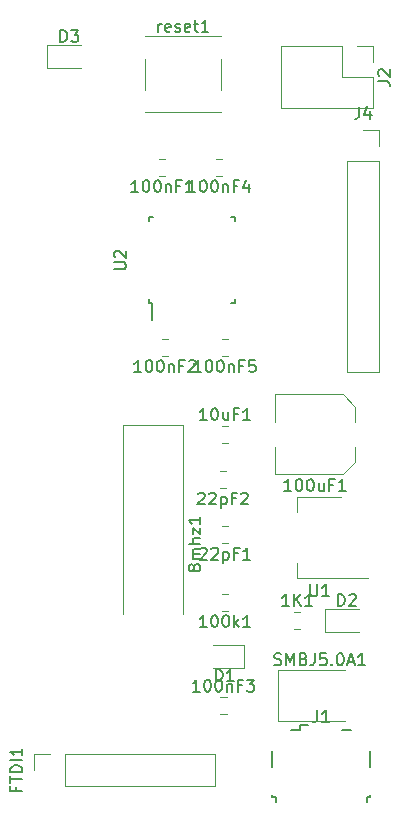
<source format=gbr>
G04 #@! TF.GenerationSoftware,KiCad,Pcbnew,(5.0.2-5-10.14)*
G04 #@! TF.CreationDate,2019-03-09T09:48:24+01:00*
G04 #@! TF.ProjectId,myduino,6d796475-696e-46f2-9e6b-696361645f70,rev?*
G04 #@! TF.SameCoordinates,Original*
G04 #@! TF.FileFunction,Legend,Top*
G04 #@! TF.FilePolarity,Positive*
%FSLAX46Y46*%
G04 Gerber Fmt 4.6, Leading zero omitted, Abs format (unit mm)*
G04 Created by KiCad (PCBNEW (5.0.2-5-10.14)) date 2019 March 09, Saturday 09:48:24*
%MOMM*%
%LPD*%
G01*
G04 APERTURE LIST*
%ADD10C,0.120000*%
%ADD11C,0.150000*%
G04 APERTURE END LIST*
D10*
G04 #@! TO.C,100k1*
X146556252Y-132386000D02*
X146033748Y-132386000D01*
X146556252Y-133806000D02*
X146033748Y-133806000D01*
G04 #@! TO.C,100nF1*
X141231252Y-95556000D02*
X140708748Y-95556000D01*
X141231252Y-96976000D02*
X140708748Y-96976000D01*
G04 #@! TO.C,100nF2*
X141476252Y-112216000D02*
X140953748Y-112216000D01*
X141476252Y-110796000D02*
X140953748Y-110796000D01*
G04 #@! TO.C,100nF3*
X145906748Y-142569000D02*
X146429252Y-142569000D01*
X145906748Y-141149000D02*
X146429252Y-141149000D01*
G04 #@! TO.C,100nF4*
X146066252Y-95556000D02*
X145543748Y-95556000D01*
X146066252Y-96976000D02*
X145543748Y-96976000D01*
G04 #@! TO.C,100nF5*
X146556252Y-112216000D02*
X146033748Y-112216000D01*
X146556252Y-110796000D02*
X146033748Y-110796000D01*
G04 #@! TO.C,100uF1*
X150511500Y-115462000D02*
X150511500Y-117812000D01*
X150511500Y-122282000D02*
X150511500Y-119932000D01*
X156267063Y-122282000D02*
X150511500Y-122282000D01*
X156267063Y-115462000D02*
X150511500Y-115462000D01*
X157331500Y-116526437D02*
X157331500Y-117812000D01*
X157331500Y-121217563D02*
X157331500Y-119932000D01*
X157331500Y-121217563D02*
X156267063Y-122282000D01*
X157331500Y-116526437D02*
X156267063Y-115462000D01*
G04 #@! TO.C,10uF1*
X146033748Y-118162000D02*
X146556252Y-118162000D01*
X146033748Y-119582000D02*
X146556252Y-119582000D01*
G04 #@! TO.C,1K1*
X152138748Y-133910000D02*
X152661252Y-133910000D01*
X152138748Y-135330000D02*
X152661252Y-135330000D01*
G04 #@! TO.C,22pF1*
X146574252Y-126671000D02*
X146051748Y-126671000D01*
X146574252Y-128091000D02*
X146051748Y-128091000D01*
G04 #@! TO.C,22pF2*
X146386274Y-123428201D02*
X145863770Y-123428201D01*
X146386274Y-122008201D02*
X145863770Y-122008201D01*
G04 #@! TO.C,8mhz1*
X142758000Y-134074500D02*
X142758000Y-118099500D01*
X142758000Y-118099500D02*
X137658000Y-118099500D01*
X137658000Y-118099500D02*
X137658000Y-134074500D01*
G04 #@! TO.C,D1*
X145255500Y-138628000D02*
X147940500Y-138628000D01*
X147940500Y-138628000D02*
X147940500Y-136708000D01*
X147940500Y-136708000D02*
X145255500Y-136708000D01*
G04 #@! TO.C,D2*
X157600000Y-133660000D02*
X154740000Y-133660000D01*
X154740000Y-133660000D02*
X154740000Y-135580000D01*
X154740000Y-135580000D02*
X157600000Y-135580000D01*
G04 #@! TO.C,FTDI1*
X132715000Y-148650000D02*
X132715000Y-145990000D01*
X132715000Y-148650000D02*
X145475000Y-148650000D01*
X145475000Y-148650000D02*
X145475000Y-145990000D01*
X132715000Y-145990000D02*
X145475000Y-145990000D01*
X130115000Y-145990000D02*
X131445000Y-145990000D01*
X130115000Y-147320000D02*
X130115000Y-145990000D01*
G04 #@! TO.C,J2*
X151070000Y-86046000D02*
X151070000Y-91246000D01*
X156210000Y-86046000D02*
X151070000Y-86046000D01*
X158810000Y-91246000D02*
X151070000Y-91246000D01*
X156210000Y-86046000D02*
X156210000Y-88646000D01*
X156210000Y-88646000D02*
X158810000Y-88646000D01*
X158810000Y-88646000D02*
X158810000Y-91246000D01*
X157480000Y-86046000D02*
X158810000Y-86046000D01*
X158810000Y-86046000D02*
X158810000Y-87376000D01*
G04 #@! TO.C,reset1*
X145978000Y-85162000D02*
X145978000Y-85192000D01*
X145978000Y-91622000D02*
X145978000Y-91592000D01*
X139518000Y-91622000D02*
X139518000Y-91592000D01*
X139518000Y-85192000D02*
X139518000Y-85162000D01*
X145978000Y-87092000D02*
X145978000Y-89692000D01*
X139518000Y-85162000D02*
X145978000Y-85162000D01*
X139518000Y-87092000D02*
X139518000Y-89692000D01*
X139518000Y-91622000D02*
X145978000Y-91622000D01*
G04 #@! TO.C,U1*
X152370000Y-124225000D02*
X152370000Y-125485000D01*
X152370000Y-131045000D02*
X152370000Y-129785000D01*
X156130000Y-124225000D02*
X152370000Y-124225000D01*
X158380000Y-131045000D02*
X152370000Y-131045000D01*
D11*
G04 #@! TO.C,U2*
X139885000Y-107765000D02*
X140110000Y-107765000D01*
X139885000Y-100515000D02*
X140210000Y-100515000D01*
X147135000Y-100515000D02*
X146810000Y-100515000D01*
X147135000Y-107765000D02*
X146810000Y-107765000D01*
X139885000Y-107765000D02*
X139885000Y-107440000D01*
X147135000Y-107765000D02*
X147135000Y-107440000D01*
X147135000Y-100515000D02*
X147135000Y-100840000D01*
X139885000Y-100515000D02*
X139885000Y-100840000D01*
X140110000Y-107765000D02*
X140110000Y-109190000D01*
D10*
G04 #@! TO.C,SMBJ5.0A1*
X150755000Y-138820000D02*
X150755000Y-143120000D01*
X150755000Y-143120000D02*
X156455000Y-143120000D01*
X150755000Y-138820000D02*
X156455000Y-138820000D01*
G04 #@! TO.C,D3*
X134105000Y-85908000D02*
X131245000Y-85908000D01*
X131245000Y-85908000D02*
X131245000Y-87828000D01*
X131245000Y-87828000D02*
X134105000Y-87828000D01*
G04 #@! TO.C,J4*
X156658000Y-95758000D02*
X159318000Y-95758000D01*
X156658000Y-95758000D02*
X156658000Y-113598000D01*
X156658000Y-113598000D02*
X159318000Y-113598000D01*
X159318000Y-95758000D02*
X159318000Y-113598000D01*
X159318000Y-93158000D02*
X159318000Y-94488000D01*
X157988000Y-93158000D02*
X159318000Y-93158000D01*
D11*
G04 #@! TO.C,J1*
X150282000Y-145654000D02*
X150282000Y-147054000D01*
X150282000Y-149454000D02*
X150282000Y-149604000D01*
X150282000Y-149604000D02*
X150582000Y-149604000D01*
X150582000Y-149604000D02*
X150582000Y-150054000D01*
X158282000Y-150054000D02*
X158282000Y-149604000D01*
X158282000Y-149604000D02*
X158582000Y-149604000D01*
X158582000Y-149604000D02*
X158582000Y-149454000D01*
X158582000Y-147054000D02*
X158582000Y-145654000D01*
X153357000Y-143479000D02*
X152632000Y-143479000D01*
X152632000Y-143479000D02*
X152632000Y-143904000D01*
X152632000Y-143904000D02*
X151907000Y-143904000D01*
X156232000Y-143904000D02*
X156957000Y-143904000D01*
G04 #@! TO.C,100k1*
X144747380Y-135198380D02*
X144175952Y-135198380D01*
X144461666Y-135198380D02*
X144461666Y-134198380D01*
X144366428Y-134341238D01*
X144271190Y-134436476D01*
X144175952Y-134484095D01*
X145366428Y-134198380D02*
X145461666Y-134198380D01*
X145556904Y-134246000D01*
X145604523Y-134293619D01*
X145652142Y-134388857D01*
X145699761Y-134579333D01*
X145699761Y-134817428D01*
X145652142Y-135007904D01*
X145604523Y-135103142D01*
X145556904Y-135150761D01*
X145461666Y-135198380D01*
X145366428Y-135198380D01*
X145271190Y-135150761D01*
X145223571Y-135103142D01*
X145175952Y-135007904D01*
X145128333Y-134817428D01*
X145128333Y-134579333D01*
X145175952Y-134388857D01*
X145223571Y-134293619D01*
X145271190Y-134246000D01*
X145366428Y-134198380D01*
X146318809Y-134198380D02*
X146414047Y-134198380D01*
X146509285Y-134246000D01*
X146556904Y-134293619D01*
X146604523Y-134388857D01*
X146652142Y-134579333D01*
X146652142Y-134817428D01*
X146604523Y-135007904D01*
X146556904Y-135103142D01*
X146509285Y-135150761D01*
X146414047Y-135198380D01*
X146318809Y-135198380D01*
X146223571Y-135150761D01*
X146175952Y-135103142D01*
X146128333Y-135007904D01*
X146080714Y-134817428D01*
X146080714Y-134579333D01*
X146128333Y-134388857D01*
X146175952Y-134293619D01*
X146223571Y-134246000D01*
X146318809Y-134198380D01*
X147080714Y-135198380D02*
X147080714Y-134198380D01*
X147175952Y-134817428D02*
X147461666Y-135198380D01*
X147461666Y-134531714D02*
X147080714Y-134912666D01*
X148414047Y-135198380D02*
X147842619Y-135198380D01*
X148128333Y-135198380D02*
X148128333Y-134198380D01*
X148033095Y-134341238D01*
X147937857Y-134436476D01*
X147842619Y-134484095D01*
G04 #@! TO.C,100nF1*
X138946190Y-98368380D02*
X138374761Y-98368380D01*
X138660476Y-98368380D02*
X138660476Y-97368380D01*
X138565238Y-97511238D01*
X138470000Y-97606476D01*
X138374761Y-97654095D01*
X139565238Y-97368380D02*
X139660476Y-97368380D01*
X139755714Y-97416000D01*
X139803333Y-97463619D01*
X139850952Y-97558857D01*
X139898571Y-97749333D01*
X139898571Y-97987428D01*
X139850952Y-98177904D01*
X139803333Y-98273142D01*
X139755714Y-98320761D01*
X139660476Y-98368380D01*
X139565238Y-98368380D01*
X139470000Y-98320761D01*
X139422380Y-98273142D01*
X139374761Y-98177904D01*
X139327142Y-97987428D01*
X139327142Y-97749333D01*
X139374761Y-97558857D01*
X139422380Y-97463619D01*
X139470000Y-97416000D01*
X139565238Y-97368380D01*
X140517619Y-97368380D02*
X140612857Y-97368380D01*
X140708095Y-97416000D01*
X140755714Y-97463619D01*
X140803333Y-97558857D01*
X140850952Y-97749333D01*
X140850952Y-97987428D01*
X140803333Y-98177904D01*
X140755714Y-98273142D01*
X140708095Y-98320761D01*
X140612857Y-98368380D01*
X140517619Y-98368380D01*
X140422380Y-98320761D01*
X140374761Y-98273142D01*
X140327142Y-98177904D01*
X140279523Y-97987428D01*
X140279523Y-97749333D01*
X140327142Y-97558857D01*
X140374761Y-97463619D01*
X140422380Y-97416000D01*
X140517619Y-97368380D01*
X141279523Y-97701714D02*
X141279523Y-98368380D01*
X141279523Y-97796952D02*
X141327142Y-97749333D01*
X141422380Y-97701714D01*
X141565238Y-97701714D01*
X141660476Y-97749333D01*
X141708095Y-97844571D01*
X141708095Y-98368380D01*
X142517619Y-97844571D02*
X142184285Y-97844571D01*
X142184285Y-98368380D02*
X142184285Y-97368380D01*
X142660476Y-97368380D01*
X143565238Y-98368380D02*
X142993809Y-98368380D01*
X143279523Y-98368380D02*
X143279523Y-97368380D01*
X143184285Y-97511238D01*
X143089047Y-97606476D01*
X142993809Y-97654095D01*
G04 #@! TO.C,100nF2*
X139191190Y-113608380D02*
X138619761Y-113608380D01*
X138905476Y-113608380D02*
X138905476Y-112608380D01*
X138810238Y-112751238D01*
X138715000Y-112846476D01*
X138619761Y-112894095D01*
X139810238Y-112608380D02*
X139905476Y-112608380D01*
X140000714Y-112656000D01*
X140048333Y-112703619D01*
X140095952Y-112798857D01*
X140143571Y-112989333D01*
X140143571Y-113227428D01*
X140095952Y-113417904D01*
X140048333Y-113513142D01*
X140000714Y-113560761D01*
X139905476Y-113608380D01*
X139810238Y-113608380D01*
X139715000Y-113560761D01*
X139667380Y-113513142D01*
X139619761Y-113417904D01*
X139572142Y-113227428D01*
X139572142Y-112989333D01*
X139619761Y-112798857D01*
X139667380Y-112703619D01*
X139715000Y-112656000D01*
X139810238Y-112608380D01*
X140762619Y-112608380D02*
X140857857Y-112608380D01*
X140953095Y-112656000D01*
X141000714Y-112703619D01*
X141048333Y-112798857D01*
X141095952Y-112989333D01*
X141095952Y-113227428D01*
X141048333Y-113417904D01*
X141000714Y-113513142D01*
X140953095Y-113560761D01*
X140857857Y-113608380D01*
X140762619Y-113608380D01*
X140667380Y-113560761D01*
X140619761Y-113513142D01*
X140572142Y-113417904D01*
X140524523Y-113227428D01*
X140524523Y-112989333D01*
X140572142Y-112798857D01*
X140619761Y-112703619D01*
X140667380Y-112656000D01*
X140762619Y-112608380D01*
X141524523Y-112941714D02*
X141524523Y-113608380D01*
X141524523Y-113036952D02*
X141572142Y-112989333D01*
X141667380Y-112941714D01*
X141810238Y-112941714D01*
X141905476Y-112989333D01*
X141953095Y-113084571D01*
X141953095Y-113608380D01*
X142762619Y-113084571D02*
X142429285Y-113084571D01*
X142429285Y-113608380D02*
X142429285Y-112608380D01*
X142905476Y-112608380D01*
X143238809Y-112703619D02*
X143286428Y-112656000D01*
X143381666Y-112608380D01*
X143619761Y-112608380D01*
X143715000Y-112656000D01*
X143762619Y-112703619D01*
X143810238Y-112798857D01*
X143810238Y-112894095D01*
X143762619Y-113036952D01*
X143191190Y-113608380D01*
X143810238Y-113608380D01*
G04 #@! TO.C,100nF3*
X144144190Y-140661380D02*
X143572761Y-140661380D01*
X143858476Y-140661380D02*
X143858476Y-139661380D01*
X143763238Y-139804238D01*
X143668000Y-139899476D01*
X143572761Y-139947095D01*
X144763238Y-139661380D02*
X144858476Y-139661380D01*
X144953714Y-139709000D01*
X145001333Y-139756619D01*
X145048952Y-139851857D01*
X145096571Y-140042333D01*
X145096571Y-140280428D01*
X145048952Y-140470904D01*
X145001333Y-140566142D01*
X144953714Y-140613761D01*
X144858476Y-140661380D01*
X144763238Y-140661380D01*
X144668000Y-140613761D01*
X144620380Y-140566142D01*
X144572761Y-140470904D01*
X144525142Y-140280428D01*
X144525142Y-140042333D01*
X144572761Y-139851857D01*
X144620380Y-139756619D01*
X144668000Y-139709000D01*
X144763238Y-139661380D01*
X145715619Y-139661380D02*
X145810857Y-139661380D01*
X145906095Y-139709000D01*
X145953714Y-139756619D01*
X146001333Y-139851857D01*
X146048952Y-140042333D01*
X146048952Y-140280428D01*
X146001333Y-140470904D01*
X145953714Y-140566142D01*
X145906095Y-140613761D01*
X145810857Y-140661380D01*
X145715619Y-140661380D01*
X145620380Y-140613761D01*
X145572761Y-140566142D01*
X145525142Y-140470904D01*
X145477523Y-140280428D01*
X145477523Y-140042333D01*
X145525142Y-139851857D01*
X145572761Y-139756619D01*
X145620380Y-139709000D01*
X145715619Y-139661380D01*
X146477523Y-139994714D02*
X146477523Y-140661380D01*
X146477523Y-140089952D02*
X146525142Y-140042333D01*
X146620380Y-139994714D01*
X146763238Y-139994714D01*
X146858476Y-140042333D01*
X146906095Y-140137571D01*
X146906095Y-140661380D01*
X147715619Y-140137571D02*
X147382285Y-140137571D01*
X147382285Y-140661380D02*
X147382285Y-139661380D01*
X147858476Y-139661380D01*
X148144190Y-139661380D02*
X148763238Y-139661380D01*
X148429904Y-140042333D01*
X148572761Y-140042333D01*
X148668000Y-140089952D01*
X148715619Y-140137571D01*
X148763238Y-140232809D01*
X148763238Y-140470904D01*
X148715619Y-140566142D01*
X148668000Y-140613761D01*
X148572761Y-140661380D01*
X148287047Y-140661380D01*
X148191809Y-140613761D01*
X148144190Y-140566142D01*
G04 #@! TO.C,100nF4*
X143781190Y-98368380D02*
X143209761Y-98368380D01*
X143495476Y-98368380D02*
X143495476Y-97368380D01*
X143400238Y-97511238D01*
X143305000Y-97606476D01*
X143209761Y-97654095D01*
X144400238Y-97368380D02*
X144495476Y-97368380D01*
X144590714Y-97416000D01*
X144638333Y-97463619D01*
X144685952Y-97558857D01*
X144733571Y-97749333D01*
X144733571Y-97987428D01*
X144685952Y-98177904D01*
X144638333Y-98273142D01*
X144590714Y-98320761D01*
X144495476Y-98368380D01*
X144400238Y-98368380D01*
X144305000Y-98320761D01*
X144257380Y-98273142D01*
X144209761Y-98177904D01*
X144162142Y-97987428D01*
X144162142Y-97749333D01*
X144209761Y-97558857D01*
X144257380Y-97463619D01*
X144305000Y-97416000D01*
X144400238Y-97368380D01*
X145352619Y-97368380D02*
X145447857Y-97368380D01*
X145543095Y-97416000D01*
X145590714Y-97463619D01*
X145638333Y-97558857D01*
X145685952Y-97749333D01*
X145685952Y-97987428D01*
X145638333Y-98177904D01*
X145590714Y-98273142D01*
X145543095Y-98320761D01*
X145447857Y-98368380D01*
X145352619Y-98368380D01*
X145257380Y-98320761D01*
X145209761Y-98273142D01*
X145162142Y-98177904D01*
X145114523Y-97987428D01*
X145114523Y-97749333D01*
X145162142Y-97558857D01*
X145209761Y-97463619D01*
X145257380Y-97416000D01*
X145352619Y-97368380D01*
X146114523Y-97701714D02*
X146114523Y-98368380D01*
X146114523Y-97796952D02*
X146162142Y-97749333D01*
X146257380Y-97701714D01*
X146400238Y-97701714D01*
X146495476Y-97749333D01*
X146543095Y-97844571D01*
X146543095Y-98368380D01*
X147352619Y-97844571D02*
X147019285Y-97844571D01*
X147019285Y-98368380D02*
X147019285Y-97368380D01*
X147495476Y-97368380D01*
X148305000Y-97701714D02*
X148305000Y-98368380D01*
X148066904Y-97320761D02*
X147828809Y-98035047D01*
X148447857Y-98035047D01*
G04 #@! TO.C,100nF5*
X144271190Y-113608380D02*
X143699761Y-113608380D01*
X143985476Y-113608380D02*
X143985476Y-112608380D01*
X143890238Y-112751238D01*
X143795000Y-112846476D01*
X143699761Y-112894095D01*
X144890238Y-112608380D02*
X144985476Y-112608380D01*
X145080714Y-112656000D01*
X145128333Y-112703619D01*
X145175952Y-112798857D01*
X145223571Y-112989333D01*
X145223571Y-113227428D01*
X145175952Y-113417904D01*
X145128333Y-113513142D01*
X145080714Y-113560761D01*
X144985476Y-113608380D01*
X144890238Y-113608380D01*
X144795000Y-113560761D01*
X144747380Y-113513142D01*
X144699761Y-113417904D01*
X144652142Y-113227428D01*
X144652142Y-112989333D01*
X144699761Y-112798857D01*
X144747380Y-112703619D01*
X144795000Y-112656000D01*
X144890238Y-112608380D01*
X145842619Y-112608380D02*
X145937857Y-112608380D01*
X146033095Y-112656000D01*
X146080714Y-112703619D01*
X146128333Y-112798857D01*
X146175952Y-112989333D01*
X146175952Y-113227428D01*
X146128333Y-113417904D01*
X146080714Y-113513142D01*
X146033095Y-113560761D01*
X145937857Y-113608380D01*
X145842619Y-113608380D01*
X145747380Y-113560761D01*
X145699761Y-113513142D01*
X145652142Y-113417904D01*
X145604523Y-113227428D01*
X145604523Y-112989333D01*
X145652142Y-112798857D01*
X145699761Y-112703619D01*
X145747380Y-112656000D01*
X145842619Y-112608380D01*
X146604523Y-112941714D02*
X146604523Y-113608380D01*
X146604523Y-113036952D02*
X146652142Y-112989333D01*
X146747380Y-112941714D01*
X146890238Y-112941714D01*
X146985476Y-112989333D01*
X147033095Y-113084571D01*
X147033095Y-113608380D01*
X147842619Y-113084571D02*
X147509285Y-113084571D01*
X147509285Y-113608380D02*
X147509285Y-112608380D01*
X147985476Y-112608380D01*
X148842619Y-112608380D02*
X148366428Y-112608380D01*
X148318809Y-113084571D01*
X148366428Y-113036952D01*
X148461666Y-112989333D01*
X148699761Y-112989333D01*
X148795000Y-113036952D01*
X148842619Y-113084571D01*
X148890238Y-113179809D01*
X148890238Y-113417904D01*
X148842619Y-113513142D01*
X148795000Y-113560761D01*
X148699761Y-113608380D01*
X148461666Y-113608380D01*
X148366428Y-113560761D01*
X148318809Y-113513142D01*
G04 #@! TO.C,100uF1*
X151897690Y-123674380D02*
X151326261Y-123674380D01*
X151611976Y-123674380D02*
X151611976Y-122674380D01*
X151516738Y-122817238D01*
X151421500Y-122912476D01*
X151326261Y-122960095D01*
X152516738Y-122674380D02*
X152611976Y-122674380D01*
X152707214Y-122722000D01*
X152754833Y-122769619D01*
X152802452Y-122864857D01*
X152850071Y-123055333D01*
X152850071Y-123293428D01*
X152802452Y-123483904D01*
X152754833Y-123579142D01*
X152707214Y-123626761D01*
X152611976Y-123674380D01*
X152516738Y-123674380D01*
X152421500Y-123626761D01*
X152373880Y-123579142D01*
X152326261Y-123483904D01*
X152278642Y-123293428D01*
X152278642Y-123055333D01*
X152326261Y-122864857D01*
X152373880Y-122769619D01*
X152421500Y-122722000D01*
X152516738Y-122674380D01*
X153469119Y-122674380D02*
X153564357Y-122674380D01*
X153659595Y-122722000D01*
X153707214Y-122769619D01*
X153754833Y-122864857D01*
X153802452Y-123055333D01*
X153802452Y-123293428D01*
X153754833Y-123483904D01*
X153707214Y-123579142D01*
X153659595Y-123626761D01*
X153564357Y-123674380D01*
X153469119Y-123674380D01*
X153373880Y-123626761D01*
X153326261Y-123579142D01*
X153278642Y-123483904D01*
X153231023Y-123293428D01*
X153231023Y-123055333D01*
X153278642Y-122864857D01*
X153326261Y-122769619D01*
X153373880Y-122722000D01*
X153469119Y-122674380D01*
X154659595Y-123007714D02*
X154659595Y-123674380D01*
X154231023Y-123007714D02*
X154231023Y-123531523D01*
X154278642Y-123626761D01*
X154373880Y-123674380D01*
X154516738Y-123674380D01*
X154611976Y-123626761D01*
X154659595Y-123579142D01*
X155469119Y-123150571D02*
X155135785Y-123150571D01*
X155135785Y-123674380D02*
X155135785Y-122674380D01*
X155611976Y-122674380D01*
X156516738Y-123674380D02*
X155945309Y-123674380D01*
X156231023Y-123674380D02*
X156231023Y-122674380D01*
X156135785Y-122817238D01*
X156040547Y-122912476D01*
X155945309Y-122960095D01*
G04 #@! TO.C,10uF1*
X144747380Y-117674380D02*
X144175952Y-117674380D01*
X144461666Y-117674380D02*
X144461666Y-116674380D01*
X144366428Y-116817238D01*
X144271190Y-116912476D01*
X144175952Y-116960095D01*
X145366428Y-116674380D02*
X145461666Y-116674380D01*
X145556904Y-116722000D01*
X145604523Y-116769619D01*
X145652142Y-116864857D01*
X145699761Y-117055333D01*
X145699761Y-117293428D01*
X145652142Y-117483904D01*
X145604523Y-117579142D01*
X145556904Y-117626761D01*
X145461666Y-117674380D01*
X145366428Y-117674380D01*
X145271190Y-117626761D01*
X145223571Y-117579142D01*
X145175952Y-117483904D01*
X145128333Y-117293428D01*
X145128333Y-117055333D01*
X145175952Y-116864857D01*
X145223571Y-116769619D01*
X145271190Y-116722000D01*
X145366428Y-116674380D01*
X146556904Y-117007714D02*
X146556904Y-117674380D01*
X146128333Y-117007714D02*
X146128333Y-117531523D01*
X146175952Y-117626761D01*
X146271190Y-117674380D01*
X146414047Y-117674380D01*
X146509285Y-117626761D01*
X146556904Y-117579142D01*
X147366428Y-117150571D02*
X147033095Y-117150571D01*
X147033095Y-117674380D02*
X147033095Y-116674380D01*
X147509285Y-116674380D01*
X148414047Y-117674380D02*
X147842619Y-117674380D01*
X148128333Y-117674380D02*
X148128333Y-116674380D01*
X148033095Y-116817238D01*
X147937857Y-116912476D01*
X147842619Y-116960095D01*
G04 #@! TO.C,1K1*
X151709523Y-133422380D02*
X151138095Y-133422380D01*
X151423809Y-133422380D02*
X151423809Y-132422380D01*
X151328571Y-132565238D01*
X151233333Y-132660476D01*
X151138095Y-132708095D01*
X152138095Y-133422380D02*
X152138095Y-132422380D01*
X152709523Y-133422380D02*
X152280952Y-132850952D01*
X152709523Y-132422380D02*
X152138095Y-132993809D01*
X153661904Y-133422380D02*
X153090476Y-133422380D01*
X153376190Y-133422380D02*
X153376190Y-132422380D01*
X153280952Y-132565238D01*
X153185714Y-132660476D01*
X153090476Y-132708095D01*
G04 #@! TO.C,22pF1*
X144193952Y-128578619D02*
X144241571Y-128531000D01*
X144336809Y-128483380D01*
X144574904Y-128483380D01*
X144670142Y-128531000D01*
X144717761Y-128578619D01*
X144765380Y-128673857D01*
X144765380Y-128769095D01*
X144717761Y-128911952D01*
X144146333Y-129483380D01*
X144765380Y-129483380D01*
X145146333Y-128578619D02*
X145193952Y-128531000D01*
X145289190Y-128483380D01*
X145527285Y-128483380D01*
X145622523Y-128531000D01*
X145670142Y-128578619D01*
X145717761Y-128673857D01*
X145717761Y-128769095D01*
X145670142Y-128911952D01*
X145098714Y-129483380D01*
X145717761Y-129483380D01*
X146146333Y-128816714D02*
X146146333Y-129816714D01*
X146146333Y-128864333D02*
X146241571Y-128816714D01*
X146432047Y-128816714D01*
X146527285Y-128864333D01*
X146574904Y-128911952D01*
X146622523Y-129007190D01*
X146622523Y-129292904D01*
X146574904Y-129388142D01*
X146527285Y-129435761D01*
X146432047Y-129483380D01*
X146241571Y-129483380D01*
X146146333Y-129435761D01*
X147384428Y-128959571D02*
X147051095Y-128959571D01*
X147051095Y-129483380D02*
X147051095Y-128483380D01*
X147527285Y-128483380D01*
X148432047Y-129483380D02*
X147860619Y-129483380D01*
X148146333Y-129483380D02*
X148146333Y-128483380D01*
X148051095Y-128626238D01*
X147955857Y-128721476D01*
X147860619Y-128769095D01*
G04 #@! TO.C,22pF2*
X144005974Y-123915820D02*
X144053593Y-123868201D01*
X144148831Y-123820581D01*
X144386926Y-123820581D01*
X144482164Y-123868201D01*
X144529783Y-123915820D01*
X144577402Y-124011058D01*
X144577402Y-124106296D01*
X144529783Y-124249153D01*
X143958355Y-124820581D01*
X144577402Y-124820581D01*
X144958355Y-123915820D02*
X145005974Y-123868201D01*
X145101212Y-123820581D01*
X145339307Y-123820581D01*
X145434545Y-123868201D01*
X145482164Y-123915820D01*
X145529783Y-124011058D01*
X145529783Y-124106296D01*
X145482164Y-124249153D01*
X144910736Y-124820581D01*
X145529783Y-124820581D01*
X145958355Y-124153915D02*
X145958355Y-125153915D01*
X145958355Y-124201534D02*
X146053593Y-124153915D01*
X146244069Y-124153915D01*
X146339307Y-124201534D01*
X146386926Y-124249153D01*
X146434545Y-124344391D01*
X146434545Y-124630105D01*
X146386926Y-124725343D01*
X146339307Y-124772962D01*
X146244069Y-124820581D01*
X146053593Y-124820581D01*
X145958355Y-124772962D01*
X147196450Y-124296772D02*
X146863117Y-124296772D01*
X146863117Y-124820581D02*
X146863117Y-123820581D01*
X147339307Y-123820581D01*
X147672641Y-123915820D02*
X147720260Y-123868201D01*
X147815498Y-123820581D01*
X148053593Y-123820581D01*
X148148831Y-123868201D01*
X148196450Y-123915820D01*
X148244069Y-124011058D01*
X148244069Y-124106296D01*
X148196450Y-124249153D01*
X147625022Y-124820581D01*
X148244069Y-124820581D01*
G04 #@! TO.C,8mhz1*
X143638952Y-130269738D02*
X143591333Y-130364976D01*
X143543714Y-130412595D01*
X143448476Y-130460214D01*
X143400857Y-130460214D01*
X143305619Y-130412595D01*
X143258000Y-130364976D01*
X143210380Y-130269738D01*
X143210380Y-130079261D01*
X143258000Y-129984023D01*
X143305619Y-129936404D01*
X143400857Y-129888785D01*
X143448476Y-129888785D01*
X143543714Y-129936404D01*
X143591333Y-129984023D01*
X143638952Y-130079261D01*
X143638952Y-130269738D01*
X143686571Y-130364976D01*
X143734190Y-130412595D01*
X143829428Y-130460214D01*
X144019904Y-130460214D01*
X144115142Y-130412595D01*
X144162761Y-130364976D01*
X144210380Y-130269738D01*
X144210380Y-130079261D01*
X144162761Y-129984023D01*
X144115142Y-129936404D01*
X144019904Y-129888785D01*
X143829428Y-129888785D01*
X143734190Y-129936404D01*
X143686571Y-129984023D01*
X143638952Y-130079261D01*
X144210380Y-129460214D02*
X143543714Y-129460214D01*
X143638952Y-129460214D02*
X143591333Y-129412595D01*
X143543714Y-129317357D01*
X143543714Y-129174500D01*
X143591333Y-129079261D01*
X143686571Y-129031642D01*
X144210380Y-129031642D01*
X143686571Y-129031642D02*
X143591333Y-128984023D01*
X143543714Y-128888785D01*
X143543714Y-128745928D01*
X143591333Y-128650690D01*
X143686571Y-128603071D01*
X144210380Y-128603071D01*
X144210380Y-128126880D02*
X143210380Y-128126880D01*
X144210380Y-127698309D02*
X143686571Y-127698309D01*
X143591333Y-127745928D01*
X143543714Y-127841166D01*
X143543714Y-127984023D01*
X143591333Y-128079261D01*
X143638952Y-128126880D01*
X143543714Y-127317357D02*
X143543714Y-126793547D01*
X144210380Y-127317357D01*
X144210380Y-126793547D01*
X144210380Y-125888785D02*
X144210380Y-126460214D01*
X144210380Y-126174500D02*
X143210380Y-126174500D01*
X143353238Y-126269738D01*
X143448476Y-126364976D01*
X143496095Y-126460214D01*
G04 #@! TO.C,D1*
X145517404Y-139770380D02*
X145517404Y-138770380D01*
X145755500Y-138770380D01*
X145898357Y-138818000D01*
X145993595Y-138913238D01*
X146041214Y-139008476D01*
X146088833Y-139198952D01*
X146088833Y-139341809D01*
X146041214Y-139532285D01*
X145993595Y-139627523D01*
X145898357Y-139722761D01*
X145755500Y-139770380D01*
X145517404Y-139770380D01*
X147041214Y-139770380D02*
X146469785Y-139770380D01*
X146755500Y-139770380D02*
X146755500Y-138770380D01*
X146660261Y-138913238D01*
X146565023Y-139008476D01*
X146469785Y-139056095D01*
G04 #@! TO.C,D2*
X155861904Y-133422380D02*
X155861904Y-132422380D01*
X156100000Y-132422380D01*
X156242857Y-132470000D01*
X156338095Y-132565238D01*
X156385714Y-132660476D01*
X156433333Y-132850952D01*
X156433333Y-132993809D01*
X156385714Y-133184285D01*
X156338095Y-133279523D01*
X156242857Y-133374761D01*
X156100000Y-133422380D01*
X155861904Y-133422380D01*
X156814285Y-132517619D02*
X156861904Y-132470000D01*
X156957142Y-132422380D01*
X157195238Y-132422380D01*
X157290476Y-132470000D01*
X157338095Y-132517619D01*
X157385714Y-132612857D01*
X157385714Y-132708095D01*
X157338095Y-132850952D01*
X156766666Y-133422380D01*
X157385714Y-133422380D01*
G04 #@! TO.C,FTDI1*
X128603571Y-148772380D02*
X128603571Y-149105714D01*
X129127380Y-149105714D02*
X128127380Y-149105714D01*
X128127380Y-148629523D01*
X128127380Y-148391428D02*
X128127380Y-147820000D01*
X129127380Y-148105714D02*
X128127380Y-148105714D01*
X129127380Y-147486666D02*
X128127380Y-147486666D01*
X128127380Y-147248571D01*
X128175000Y-147105714D01*
X128270238Y-147010476D01*
X128365476Y-146962857D01*
X128555952Y-146915238D01*
X128698809Y-146915238D01*
X128889285Y-146962857D01*
X128984523Y-147010476D01*
X129079761Y-147105714D01*
X129127380Y-147248571D01*
X129127380Y-147486666D01*
X129127380Y-146486666D02*
X128127380Y-146486666D01*
X129127380Y-145486666D02*
X129127380Y-146058095D01*
X129127380Y-145772380D02*
X128127380Y-145772380D01*
X128270238Y-145867619D01*
X128365476Y-145962857D01*
X128413095Y-146058095D01*
G04 #@! TO.C,J2*
X159262380Y-88979333D02*
X159976666Y-88979333D01*
X160119523Y-89026952D01*
X160214761Y-89122190D01*
X160262380Y-89265047D01*
X160262380Y-89360285D01*
X159357619Y-88550761D02*
X159310000Y-88503142D01*
X159262380Y-88407904D01*
X159262380Y-88169809D01*
X159310000Y-88074571D01*
X159357619Y-88026952D01*
X159452857Y-87979333D01*
X159548095Y-87979333D01*
X159690952Y-88026952D01*
X160262380Y-88598380D01*
X160262380Y-87979333D01*
G04 #@! TO.C,reset1*
X140652761Y-84794380D02*
X140652761Y-84127714D01*
X140652761Y-84318190D02*
X140700380Y-84222952D01*
X140748000Y-84175333D01*
X140843238Y-84127714D01*
X140938476Y-84127714D01*
X141652761Y-84746761D02*
X141557523Y-84794380D01*
X141367047Y-84794380D01*
X141271809Y-84746761D01*
X141224190Y-84651523D01*
X141224190Y-84270571D01*
X141271809Y-84175333D01*
X141367047Y-84127714D01*
X141557523Y-84127714D01*
X141652761Y-84175333D01*
X141700380Y-84270571D01*
X141700380Y-84365809D01*
X141224190Y-84461047D01*
X142081333Y-84746761D02*
X142176571Y-84794380D01*
X142367047Y-84794380D01*
X142462285Y-84746761D01*
X142509904Y-84651523D01*
X142509904Y-84603904D01*
X142462285Y-84508666D01*
X142367047Y-84461047D01*
X142224190Y-84461047D01*
X142128952Y-84413428D01*
X142081333Y-84318190D01*
X142081333Y-84270571D01*
X142128952Y-84175333D01*
X142224190Y-84127714D01*
X142367047Y-84127714D01*
X142462285Y-84175333D01*
X143319428Y-84746761D02*
X143224190Y-84794380D01*
X143033714Y-84794380D01*
X142938476Y-84746761D01*
X142890857Y-84651523D01*
X142890857Y-84270571D01*
X142938476Y-84175333D01*
X143033714Y-84127714D01*
X143224190Y-84127714D01*
X143319428Y-84175333D01*
X143367047Y-84270571D01*
X143367047Y-84365809D01*
X142890857Y-84461047D01*
X143652761Y-84127714D02*
X144033714Y-84127714D01*
X143795619Y-83794380D02*
X143795619Y-84651523D01*
X143843238Y-84746761D01*
X143938476Y-84794380D01*
X144033714Y-84794380D01*
X144890857Y-84794380D02*
X144319428Y-84794380D01*
X144605142Y-84794380D02*
X144605142Y-83794380D01*
X144509904Y-83937238D01*
X144414666Y-84032476D01*
X144319428Y-84080095D01*
G04 #@! TO.C,U1*
X153518095Y-131587380D02*
X153518095Y-132396904D01*
X153565714Y-132492142D01*
X153613333Y-132539761D01*
X153708571Y-132587380D01*
X153899047Y-132587380D01*
X153994285Y-132539761D01*
X154041904Y-132492142D01*
X154089523Y-132396904D01*
X154089523Y-131587380D01*
X155089523Y-132587380D02*
X154518095Y-132587380D01*
X154803809Y-132587380D02*
X154803809Y-131587380D01*
X154708571Y-131730238D01*
X154613333Y-131825476D01*
X154518095Y-131873095D01*
G04 #@! TO.C,U2*
X136912380Y-104901904D02*
X137721904Y-104901904D01*
X137817142Y-104854285D01*
X137864761Y-104806666D01*
X137912380Y-104711428D01*
X137912380Y-104520952D01*
X137864761Y-104425714D01*
X137817142Y-104378095D01*
X137721904Y-104330476D01*
X136912380Y-104330476D01*
X137007619Y-103901904D02*
X136960000Y-103854285D01*
X136912380Y-103759047D01*
X136912380Y-103520952D01*
X136960000Y-103425714D01*
X137007619Y-103378095D01*
X137102857Y-103330476D01*
X137198095Y-103330476D01*
X137340952Y-103378095D01*
X137912380Y-103949523D01*
X137912380Y-103330476D01*
G04 #@! TO.C,SMBJ5.0A1*
X150471666Y-138374761D02*
X150614523Y-138422380D01*
X150852619Y-138422380D01*
X150947857Y-138374761D01*
X150995476Y-138327142D01*
X151043095Y-138231904D01*
X151043095Y-138136666D01*
X150995476Y-138041428D01*
X150947857Y-137993809D01*
X150852619Y-137946190D01*
X150662142Y-137898571D01*
X150566904Y-137850952D01*
X150519285Y-137803333D01*
X150471666Y-137708095D01*
X150471666Y-137612857D01*
X150519285Y-137517619D01*
X150566904Y-137470000D01*
X150662142Y-137422380D01*
X150900238Y-137422380D01*
X151043095Y-137470000D01*
X151471666Y-138422380D02*
X151471666Y-137422380D01*
X151805000Y-138136666D01*
X152138333Y-137422380D01*
X152138333Y-138422380D01*
X152947857Y-137898571D02*
X153090714Y-137946190D01*
X153138333Y-137993809D01*
X153185952Y-138089047D01*
X153185952Y-138231904D01*
X153138333Y-138327142D01*
X153090714Y-138374761D01*
X152995476Y-138422380D01*
X152614523Y-138422380D01*
X152614523Y-137422380D01*
X152947857Y-137422380D01*
X153043095Y-137470000D01*
X153090714Y-137517619D01*
X153138333Y-137612857D01*
X153138333Y-137708095D01*
X153090714Y-137803333D01*
X153043095Y-137850952D01*
X152947857Y-137898571D01*
X152614523Y-137898571D01*
X153900238Y-137422380D02*
X153900238Y-138136666D01*
X153852619Y-138279523D01*
X153757380Y-138374761D01*
X153614523Y-138422380D01*
X153519285Y-138422380D01*
X154852619Y-137422380D02*
X154376428Y-137422380D01*
X154328809Y-137898571D01*
X154376428Y-137850952D01*
X154471666Y-137803333D01*
X154709761Y-137803333D01*
X154805000Y-137850952D01*
X154852619Y-137898571D01*
X154900238Y-137993809D01*
X154900238Y-138231904D01*
X154852619Y-138327142D01*
X154805000Y-138374761D01*
X154709761Y-138422380D01*
X154471666Y-138422380D01*
X154376428Y-138374761D01*
X154328809Y-138327142D01*
X155328809Y-138327142D02*
X155376428Y-138374761D01*
X155328809Y-138422380D01*
X155281190Y-138374761D01*
X155328809Y-138327142D01*
X155328809Y-138422380D01*
X155995476Y-137422380D02*
X156090714Y-137422380D01*
X156185952Y-137470000D01*
X156233571Y-137517619D01*
X156281190Y-137612857D01*
X156328809Y-137803333D01*
X156328809Y-138041428D01*
X156281190Y-138231904D01*
X156233571Y-138327142D01*
X156185952Y-138374761D01*
X156090714Y-138422380D01*
X155995476Y-138422380D01*
X155900238Y-138374761D01*
X155852619Y-138327142D01*
X155805000Y-138231904D01*
X155757380Y-138041428D01*
X155757380Y-137803333D01*
X155805000Y-137612857D01*
X155852619Y-137517619D01*
X155900238Y-137470000D01*
X155995476Y-137422380D01*
X156709761Y-138136666D02*
X157185952Y-138136666D01*
X156614523Y-138422380D02*
X156947857Y-137422380D01*
X157281190Y-138422380D01*
X158138333Y-138422380D02*
X157566904Y-138422380D01*
X157852619Y-138422380D02*
X157852619Y-137422380D01*
X157757380Y-137565238D01*
X157662142Y-137660476D01*
X157566904Y-137708095D01*
G04 #@! TO.C,D3*
X132366904Y-85670380D02*
X132366904Y-84670380D01*
X132605000Y-84670380D01*
X132747857Y-84718000D01*
X132843095Y-84813238D01*
X132890714Y-84908476D01*
X132938333Y-85098952D01*
X132938333Y-85241809D01*
X132890714Y-85432285D01*
X132843095Y-85527523D01*
X132747857Y-85622761D01*
X132605000Y-85670380D01*
X132366904Y-85670380D01*
X133271666Y-84670380D02*
X133890714Y-84670380D01*
X133557380Y-85051333D01*
X133700238Y-85051333D01*
X133795476Y-85098952D01*
X133843095Y-85146571D01*
X133890714Y-85241809D01*
X133890714Y-85479904D01*
X133843095Y-85575142D01*
X133795476Y-85622761D01*
X133700238Y-85670380D01*
X133414523Y-85670380D01*
X133319285Y-85622761D01*
X133271666Y-85575142D01*
G04 #@! TO.C,J4*
X157654666Y-91170380D02*
X157654666Y-91884666D01*
X157607047Y-92027523D01*
X157511809Y-92122761D01*
X157368952Y-92170380D01*
X157273714Y-92170380D01*
X158559428Y-91503714D02*
X158559428Y-92170380D01*
X158321333Y-91122761D02*
X158083238Y-91837047D01*
X158702285Y-91837047D01*
G04 #@! TO.C,J1*
X154098666Y-142256380D02*
X154098666Y-142970666D01*
X154051047Y-143113523D01*
X153955809Y-143208761D01*
X153812952Y-143256380D01*
X153717714Y-143256380D01*
X155098666Y-143256380D02*
X154527238Y-143256380D01*
X154812952Y-143256380D02*
X154812952Y-142256380D01*
X154717714Y-142399238D01*
X154622476Y-142494476D01*
X154527238Y-142542095D01*
G04 #@! TD*
M02*

</source>
